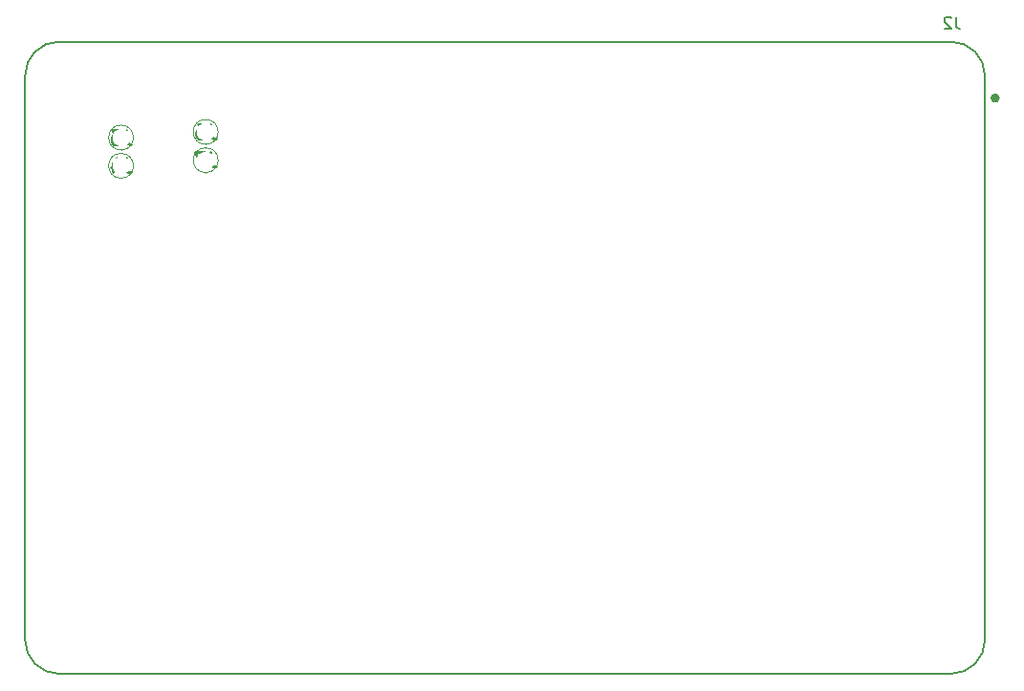
<source format=gbr>
%TF.GenerationSoftware,KiCad,Pcbnew,8.0.3*%
%TF.CreationDate,2024-11-13T23:51:52+02:00*%
%TF.ProjectId,ProvisioningJig_v3,50726f76-6973-4696-9f6e-696e674a6967,rev?*%
%TF.SameCoordinates,Original*%
%TF.FileFunction,Legend,Bot*%
%TF.FilePolarity,Positive*%
%FSLAX46Y46*%
G04 Gerber Fmt 4.6, Leading zero omitted, Abs format (unit mm)*
G04 Created by KiCad (PCBNEW 8.0.3) date 2024-11-13 23:51:52*
%MOMM*%
%LPD*%
G01*
G04 APERTURE LIST*
%ADD10C,0.254000*%
%ADD11C,0.150000*%
%ADD12C,0.100000*%
%ADD13C,0.127000*%
%ADD14C,0.400000*%
%ADD15O,1.900000X1.070000*%
%ADD16O,1.300000X1.300000*%
%ADD17C,1.524000*%
%ADD18C,1.200000*%
%ADD19C,1.600000*%
%ADD20C,1.728000*%
%ADD21C,6.404000*%
G04 APERTURE END LIST*
D10*
X121373332Y-77369318D02*
X121373332Y-78276461D01*
X121373332Y-78276461D02*
X121433809Y-78457889D01*
X121433809Y-78457889D02*
X121554761Y-78578842D01*
X121554761Y-78578842D02*
X121736190Y-78639318D01*
X121736190Y-78639318D02*
X121857142Y-78639318D01*
X120889523Y-77369318D02*
X120042856Y-77369318D01*
X120042856Y-77369318D02*
X120587142Y-78639318D01*
X121373332Y-74869318D02*
X121373332Y-75776461D01*
X121373332Y-75776461D02*
X121433809Y-75957889D01*
X121433809Y-75957889D02*
X121554761Y-76078842D01*
X121554761Y-76078842D02*
X121736190Y-76139318D01*
X121736190Y-76139318D02*
X121857142Y-76139318D01*
X120224285Y-74869318D02*
X120466190Y-74869318D01*
X120466190Y-74869318D02*
X120587142Y-74929794D01*
X120587142Y-74929794D02*
X120647618Y-74990270D01*
X120647618Y-74990270D02*
X120768571Y-75171699D01*
X120768571Y-75171699D02*
X120829047Y-75413603D01*
X120829047Y-75413603D02*
X120829047Y-75897413D01*
X120829047Y-75897413D02*
X120768571Y-76018365D01*
X120768571Y-76018365D02*
X120708094Y-76078842D01*
X120708094Y-76078842D02*
X120587142Y-76139318D01*
X120587142Y-76139318D02*
X120345237Y-76139318D01*
X120345237Y-76139318D02*
X120224285Y-76078842D01*
X120224285Y-76078842D02*
X120163809Y-76018365D01*
X120163809Y-76018365D02*
X120103332Y-75897413D01*
X120103332Y-75897413D02*
X120103332Y-75595032D01*
X120103332Y-75595032D02*
X120163809Y-75474080D01*
X120163809Y-75474080D02*
X120224285Y-75413603D01*
X120224285Y-75413603D02*
X120345237Y-75353127D01*
X120345237Y-75353127D02*
X120587142Y-75353127D01*
X120587142Y-75353127D02*
X120708094Y-75413603D01*
X120708094Y-75413603D02*
X120768571Y-75474080D01*
X120768571Y-75474080D02*
X120829047Y-75595032D01*
X113873332Y-77869318D02*
X113873332Y-78776461D01*
X113873332Y-78776461D02*
X113933809Y-78957889D01*
X113933809Y-78957889D02*
X114054761Y-79078842D01*
X114054761Y-79078842D02*
X114236190Y-79139318D01*
X114236190Y-79139318D02*
X114357142Y-79139318D01*
X112724285Y-78292651D02*
X112724285Y-79139318D01*
X113026666Y-77808842D02*
X113329047Y-78715984D01*
X113329047Y-78715984D02*
X112542856Y-78715984D01*
X113873332Y-75369318D02*
X113873332Y-76276461D01*
X113873332Y-76276461D02*
X113933809Y-76457889D01*
X113933809Y-76457889D02*
X114054761Y-76578842D01*
X114054761Y-76578842D02*
X114236190Y-76639318D01*
X114236190Y-76639318D02*
X114357142Y-76639318D01*
X113389523Y-75369318D02*
X112603332Y-75369318D01*
X112603332Y-75369318D02*
X113026666Y-75853127D01*
X113026666Y-75853127D02*
X112845237Y-75853127D01*
X112845237Y-75853127D02*
X112724285Y-75913603D01*
X112724285Y-75913603D02*
X112663809Y-75974080D01*
X112663809Y-75974080D02*
X112603332Y-76095032D01*
X112603332Y-76095032D02*
X112603332Y-76397413D01*
X112603332Y-76397413D02*
X112663809Y-76518365D01*
X112663809Y-76518365D02*
X112724285Y-76578842D01*
X112724285Y-76578842D02*
X112845237Y-76639318D01*
X112845237Y-76639318D02*
X113208094Y-76639318D01*
X113208094Y-76639318D02*
X113329047Y-76578842D01*
X113329047Y-76578842D02*
X113389523Y-76518365D01*
D11*
X187363333Y-65389819D02*
X187363333Y-66104104D01*
X187363333Y-66104104D02*
X187410952Y-66246961D01*
X187410952Y-66246961D02*
X187506190Y-66342200D01*
X187506190Y-66342200D02*
X187649047Y-66389819D01*
X187649047Y-66389819D02*
X187744285Y-66389819D01*
X186934761Y-65485057D02*
X186887142Y-65437438D01*
X186887142Y-65437438D02*
X186791904Y-65389819D01*
X186791904Y-65389819D02*
X186553809Y-65389819D01*
X186553809Y-65389819D02*
X186458571Y-65437438D01*
X186458571Y-65437438D02*
X186410952Y-65485057D01*
X186410952Y-65485057D02*
X186363333Y-65580295D01*
X186363333Y-65580295D02*
X186363333Y-65675533D01*
X186363333Y-65675533D02*
X186410952Y-65818390D01*
X186410952Y-65818390D02*
X186982380Y-66389819D01*
X186982380Y-66389819D02*
X186363333Y-66389819D01*
D12*
%TO.C,J7*%
X120950000Y-76965000D02*
X120950000Y-76965000D01*
X120950000Y-79165000D02*
X120950000Y-79165000D01*
X120950000Y-76965000D02*
G75*
G02*
X120950000Y-79165000I0J-1100000D01*
G01*
X120950000Y-79165000D02*
G75*
G02*
X120950000Y-76965000I0J1100000D01*
G01*
%TO.C,J6*%
X120950000Y-74465000D02*
X120950000Y-74465000D01*
X120950000Y-76665000D02*
X120950000Y-76665000D01*
X120950000Y-74465000D02*
G75*
G02*
X120950000Y-76665000I0J-1100000D01*
G01*
X120950000Y-76665000D02*
G75*
G02*
X120950000Y-74465000I0J1100000D01*
G01*
%TO.C,J4*%
X113450000Y-77465000D02*
X113450000Y-77465000D01*
X113450000Y-79665000D02*
X113450000Y-79665000D01*
X113450000Y-77465000D02*
G75*
G02*
X113450000Y-79665000I0J-1100000D01*
G01*
X113450000Y-79665000D02*
G75*
G02*
X113450000Y-77465000I0J1100000D01*
G01*
%TO.C,J3*%
X113450000Y-74965000D02*
X113450000Y-74965000D01*
X113450000Y-77165000D02*
X113450000Y-77165000D01*
X113450000Y-74965000D02*
G75*
G02*
X113450000Y-77165000I0J-1100000D01*
G01*
X113450000Y-77165000D02*
G75*
G02*
X113450000Y-74965000I0J1100000D01*
G01*
D13*
%TO.C,J2*%
X104955000Y-70570000D02*
X104955000Y-120570000D01*
X107955000Y-123570000D02*
X186955000Y-123570000D01*
X186955000Y-67570000D02*
X107955000Y-67570000D01*
X189955000Y-120570000D02*
X189955000Y-70570000D01*
X104955000Y-70570000D02*
G75*
G02*
X107955000Y-67570000I3000000J0D01*
G01*
X107955000Y-123570000D02*
G75*
G02*
X104955000Y-120570000I0J3000000D01*
G01*
X186955000Y-67570000D02*
G75*
G02*
X189955000Y-70570000I-1J-3000001D01*
G01*
X189955000Y-120570000D02*
G75*
G02*
X186955000Y-123570000I-3000001J1D01*
G01*
D14*
X191055000Y-72570000D02*
G75*
G02*
X190655000Y-72570000I-200000J0D01*
G01*
X190655000Y-72570000D02*
G75*
G02*
X191055000Y-72570000I200000J0D01*
G01*
%TD*%
%LPC*%
D15*
%TO.C,J1*%
X106727000Y-84399000D03*
D16*
X109377000Y-85574000D03*
X109377000Y-90424000D03*
D15*
X106727000Y-91599000D03*
%TD*%
%TO.C,J5*%
X106777000Y-74066400D03*
D16*
X109427000Y-75241400D03*
X109427000Y-80091400D03*
D15*
X106777000Y-81266400D03*
%TD*%
D17*
%TO.C,U3*%
X128923500Y-114355000D03*
X131463500Y-114355000D03*
X134003500Y-114355000D03*
X136543500Y-114355000D03*
X139083500Y-114355000D03*
X141623500Y-114355000D03*
X144163500Y-114355000D03*
X146703500Y-114355000D03*
X149243500Y-114355000D03*
X151783500Y-114355000D03*
X154323500Y-114355000D03*
X156863500Y-114355000D03*
X159403500Y-114355000D03*
X161943500Y-114355000D03*
X164483500Y-114355000D03*
X167023500Y-114355000D03*
X169563500Y-114355000D03*
X172103500Y-114355000D03*
X174643500Y-114355000D03*
X177183500Y-114355000D03*
X179723500Y-114355000D03*
X182263500Y-114355000D03*
X184803500Y-114355000D03*
X187343500Y-114355000D03*
X187343500Y-97845000D03*
X184803500Y-97845000D03*
X182263500Y-97845000D03*
X179723500Y-97845000D03*
X177183500Y-97845000D03*
X174643500Y-97845000D03*
X172103500Y-97845000D03*
X169563500Y-97845000D03*
X167023500Y-97845000D03*
X164483500Y-97845000D03*
X161943500Y-97845000D03*
X159403500Y-97845000D03*
X156863500Y-97845000D03*
X154323500Y-97845000D03*
X151783500Y-97845000D03*
X149243500Y-97845000D03*
X146703500Y-97845000D03*
X144163500Y-97845000D03*
X141623500Y-97845000D03*
X139083500Y-97845000D03*
X136543500Y-97845000D03*
X134003500Y-97845000D03*
X131463500Y-97845000D03*
X128923500Y-97845000D03*
%TD*%
%TO.C,U1*%
X155500000Y-92020000D03*
X155500000Y-89480000D03*
X155500000Y-86940000D03*
X155500000Y-84400000D03*
X155500000Y-81860000D03*
X175820000Y-89480000D03*
X175820000Y-86940000D03*
X175820000Y-84400000D03*
X175820000Y-81860000D03*
D18*
X174425000Y-77835000D03*
X176125000Y-78935000D03*
D17*
X172170000Y-92015000D03*
X174695000Y-92005000D03*
%TD*%
%TO.C,U2*%
X109067600Y-72235000D03*
X111607600Y-72235000D03*
X114147600Y-72235000D03*
X116687600Y-72235000D03*
X119227600Y-72235000D03*
X111607600Y-92555000D03*
X114147600Y-92555000D03*
X116687600Y-92555000D03*
X119227600Y-92555000D03*
%TD*%
D19*
%TO.C,J7*%
X120950000Y-78065000D03*
%TD*%
%TO.C,J6*%
X120950000Y-75565000D03*
%TD*%
%TO.C,J4*%
X113450000Y-78565000D03*
%TD*%
%TO.C,J3*%
X113450000Y-76065000D03*
%TD*%
D20*
%TO.C,J2*%
X181585000Y-69800000D03*
X179045000Y-72340000D03*
X179045000Y-69800000D03*
X176505000Y-72340000D03*
X176505000Y-69800000D03*
X173965000Y-72340000D03*
X173965000Y-69800000D03*
X171425000Y-72340000D03*
X171425000Y-69800000D03*
X168885000Y-72340000D03*
X168885000Y-69800000D03*
X166345000Y-72340000D03*
X166345000Y-69800000D03*
X163805000Y-72340000D03*
X163805000Y-69800000D03*
X161265000Y-72340000D03*
X161265000Y-69800000D03*
X158725000Y-72340000D03*
X158725000Y-69800000D03*
X156185000Y-72340000D03*
X156185000Y-69800000D03*
X153645000Y-72340000D03*
X153645000Y-69800000D03*
X151105000Y-72340000D03*
X151105000Y-69800000D03*
X148565000Y-72340000D03*
X148565000Y-69800000D03*
X146025000Y-72340000D03*
X146025000Y-69800000D03*
X143485000Y-72340000D03*
X143485000Y-69800000D03*
X140945000Y-72340000D03*
X140945000Y-69800000D03*
X138405000Y-72340000D03*
X138405000Y-69800000D03*
X135865000Y-72340000D03*
X135865000Y-69800000D03*
X133322046Y-72335910D03*
X133325000Y-69800000D03*
D21*
X186455000Y-71070000D03*
X128455000Y-71070000D03*
X128455000Y-120070000D03*
X186455000Y-120070000D03*
%TD*%
%LPD*%
M02*

</source>
